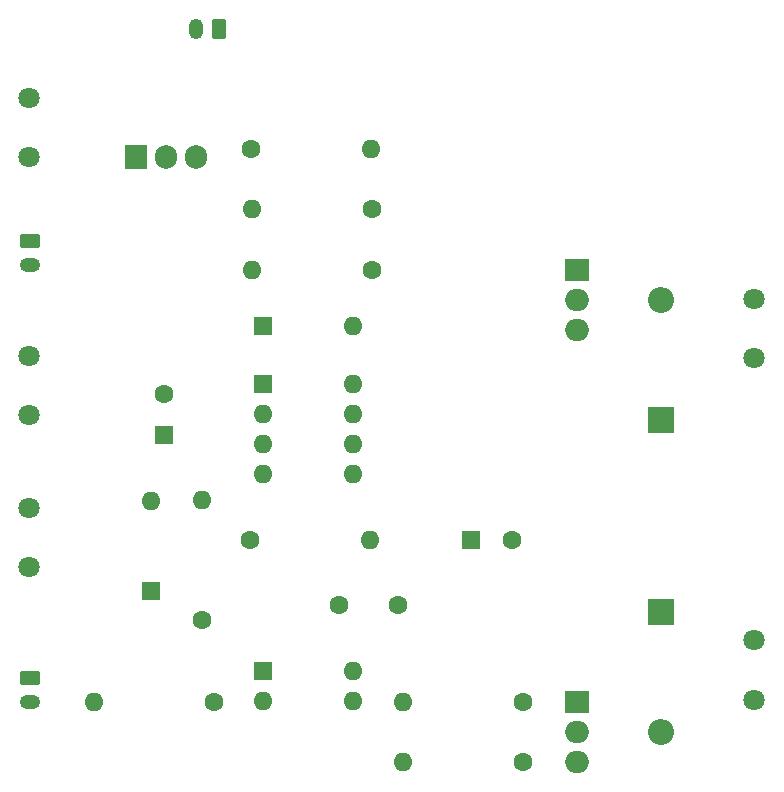
<source format=gbr>
%TF.GenerationSoftware,KiCad,Pcbnew,(6.0.4)*%
%TF.CreationDate,2022-05-03T06:31:47-04:00*%
%TF.ProjectId,smd_vacuum,736d645f-7661-4637-9575-6d2e6b696361,rev?*%
%TF.SameCoordinates,PXaa6bee0PY277b6c0*%
%TF.FileFunction,Copper,L1,Top*%
%TF.FilePolarity,Positive*%
%FSLAX46Y46*%
G04 Gerber Fmt 4.6, Leading zero omitted, Abs format (unit mm)*
G04 Created by KiCad (PCBNEW (6.0.4)) date 2022-05-03 06:31:47*
%MOMM*%
%LPD*%
G01*
G04 APERTURE LIST*
G04 Aperture macros list*
%AMRoundRect*
0 Rectangle with rounded corners*
0 $1 Rounding radius*
0 $2 $3 $4 $5 $6 $7 $8 $9 X,Y pos of 4 corners*
0 Add a 4 corners polygon primitive as box body*
4,1,4,$2,$3,$4,$5,$6,$7,$8,$9,$2,$3,0*
0 Add four circle primitives for the rounded corners*
1,1,$1+$1,$2,$3*
1,1,$1+$1,$4,$5*
1,1,$1+$1,$6,$7*
1,1,$1+$1,$8,$9*
0 Add four rect primitives between the rounded corners*
20,1,$1+$1,$2,$3,$4,$5,0*
20,1,$1+$1,$4,$5,$6,$7,0*
20,1,$1+$1,$6,$7,$8,$9,0*
20,1,$1+$1,$8,$9,$2,$3,0*%
G04 Aperture macros list end*
%TA.AperFunction,ComponentPad*%
%ADD10O,1.600000X1.600000*%
%TD*%
%TA.AperFunction,ComponentPad*%
%ADD11C,1.600000*%
%TD*%
%TA.AperFunction,ComponentPad*%
%ADD12R,1.600000X1.600000*%
%TD*%
%TA.AperFunction,ComponentPad*%
%ADD13C,1.800000*%
%TD*%
%TA.AperFunction,ComponentPad*%
%ADD14O,2.000000X1.905000*%
%TD*%
%TA.AperFunction,ComponentPad*%
%ADD15R,2.000000X1.905000*%
%TD*%
%TA.AperFunction,ComponentPad*%
%ADD16O,1.905000X2.000000*%
%TD*%
%TA.AperFunction,ComponentPad*%
%ADD17R,1.905000X2.000000*%
%TD*%
%TA.AperFunction,ComponentPad*%
%ADD18O,2.200000X2.200000*%
%TD*%
%TA.AperFunction,ComponentPad*%
%ADD19R,2.200000X2.200000*%
%TD*%
%TA.AperFunction,ComponentPad*%
%ADD20O,1.750000X1.200000*%
%TD*%
%TA.AperFunction,ComponentPad*%
%ADD21RoundRect,0.249999X-0.625001X0.350001X-0.625001X-0.350001X0.625001X-0.350001X0.625001X0.350001X0*%
%TD*%
%TA.AperFunction,ComponentPad*%
%ADD22O,1.200000X1.750000*%
%TD*%
%TA.AperFunction,ComponentPad*%
%ADD23RoundRect,0.249999X0.350001X0.625001X-0.350001X0.625001X-0.350001X-0.625001X0.350001X-0.625001X0*%
%TD*%
G04 APERTURE END LIST*
D10*
%TO.P,R9,2*%
%TO.N,Net-(C3-Pad1)*%
X-53600000Y-46840000D03*
D11*
%TO.P,R9,1*%
%TO.N,+12V*%
X-53600000Y-57000000D03*
%TD*%
D10*
%TO.P,D7,2*%
%TO.N,Net-(C3-Pad1)*%
X-57900000Y-46880000D03*
D12*
%TO.P,D7,1*%
%TO.N,+12V*%
X-57900000Y-54500000D03*
%TD*%
D11*
%TO.P,C3,2*%
%TO.N,GND*%
X-56800000Y-37800000D03*
D12*
%TO.P,C3,1*%
%TO.N,Net-(C3-Pad1)*%
X-56800000Y-41300000D03*
%TD*%
D10*
%TO.P,U2,4*%
%TO.N,+12V*%
X-40780000Y-61300000D03*
%TO.P,U2,2*%
%TO.N,Net-(R2-Pad1)*%
X-48400000Y-63840000D03*
%TO.P,U2,3*%
%TO.N,Net-(R6-Pad2)*%
X-40780000Y-63840000D03*
D12*
%TO.P,U2,1*%
%TO.N,+12V*%
X-48400000Y-61300000D03*
%TD*%
D10*
%TO.P,U1,8*%
%TO.N,+12V*%
X-40780000Y-37000000D03*
%TO.P,U1,4*%
%TO.N,Net-(C3-Pad1)*%
X-48400000Y-44620000D03*
%TO.P,U1,7*%
%TO.N,Net-(C2-Pad1)*%
X-40780000Y-39540000D03*
%TO.P,U1,3*%
%TO.N,Net-(D4-Pad2)*%
X-48400000Y-42080000D03*
%TO.P,U1,6*%
%TO.N,Net-(C2-Pad1)*%
X-40780000Y-42080000D03*
%TO.P,U1,2*%
%TO.N,Net-(D2-Pad1)*%
X-48400000Y-39540000D03*
%TO.P,U1,5*%
%TO.N,Net-(C1-Pad1)*%
X-40780000Y-44620000D03*
D12*
%TO.P,U1,1*%
%TO.N,GND*%
X-48400000Y-37000000D03*
%TD*%
D13*
%TO.P,SW1,2*%
%TO.N,Net-(D2-Pad1)*%
X-68200000Y-39600000D03*
%TO.P,SW1,1*%
%TO.N,GND*%
X-68200000Y-34600000D03*
%TD*%
D10*
%TO.P,R8,2*%
%TO.N,Net-(R6-Pad2)*%
X-36560000Y-63900000D03*
D11*
%TO.P,R8,1*%
%TO.N,Net-(Q3-Pad1)*%
X-26400000Y-63900000D03*
%TD*%
D10*
%TO.P,R7,2*%
%TO.N,Net-(D4-Pad2)*%
X-49360000Y-27300000D03*
D11*
%TO.P,R7,1*%
%TO.N,Net-(Q2-Pad1)*%
X-39200000Y-27300000D03*
%TD*%
D10*
%TO.P,R6,2*%
%TO.N,Net-(R6-Pad2)*%
X-36560000Y-69000000D03*
D11*
%TO.P,R6,1*%
%TO.N,GND*%
X-26400000Y-69000000D03*
%TD*%
D10*
%TO.P,R5,2*%
%TO.N,Net-(D4-Pad1)*%
X-49360000Y-22200000D03*
D11*
%TO.P,R5,1*%
%TO.N,GND*%
X-39200000Y-22200000D03*
%TD*%
D10*
%TO.P,R4,2*%
%TO.N,Net-(C2-Pad1)*%
X-39340000Y-50200000D03*
D11*
%TO.P,R4,1*%
%TO.N,Net-(R3-Pad2)*%
X-49500000Y-50200000D03*
%TD*%
D13*
%TO.P,R3,2*%
%TO.N,Net-(R3-Pad2)*%
X-68200000Y-52500000D03*
%TO.P,R3,1*%
%TO.N,+12V*%
X-68200000Y-47500000D03*
%TD*%
D10*
%TO.P,R2,2*%
%TO.N,Net-(D3-Pad2)*%
X-62760000Y-63900000D03*
D11*
%TO.P,R2,1*%
%TO.N,Net-(R2-Pad1)*%
X-52600000Y-63900000D03*
%TD*%
D10*
%TO.P,R1,2*%
%TO.N,GND*%
X-39240000Y-17100000D03*
D11*
%TO.P,R1,1*%
%TO.N,Net-(D1-Pad1)*%
X-49400000Y-17100000D03*
%TD*%
D14*
%TO.P,Q3,3*%
%TO.N,GND*%
X-21800000Y-68980000D03*
%TO.P,Q3,2*%
%TO.N,Net-(D6-Pad2)*%
X-21800000Y-66440000D03*
D15*
%TO.P,Q3,1*%
%TO.N,Net-(Q3-Pad1)*%
X-21800000Y-63900000D03*
%TD*%
D14*
%TO.P,Q2,3*%
%TO.N,GND*%
X-21800000Y-32380000D03*
%TO.P,Q2,2*%
%TO.N,Net-(D5-Pad2)*%
X-21800000Y-29840000D03*
D15*
%TO.P,Q2,1*%
%TO.N,Net-(Q2-Pad1)*%
X-21800000Y-27300000D03*
%TD*%
D16*
%TO.P,Q1,3*%
%TO.N,+12V*%
X-54120000Y-17800000D03*
%TO.P,Q1,2*%
%TO.N,Net-(J1-Pad1)*%
X-56660000Y-17800000D03*
D17*
%TO.P,Q1,1*%
%TO.N,GND*%
X-59200000Y-17800000D03*
%TD*%
D13*
%TO.P,M1,2*%
%TO.N,Net-(D5-Pad2)*%
X-6800000Y-29800000D03*
%TO.P,M1,1*%
%TO.N,+12V*%
X-6800000Y-34800000D03*
%TD*%
%TO.P,L1,2*%
%TO.N,+12V*%
X-6800000Y-58700000D03*
%TO.P,L1,1*%
%TO.N,Net-(D6-Pad2)*%
X-6800000Y-63700000D03*
%TD*%
%TO.P,J1,2*%
%TO.N,GND*%
X-68200000Y-17800000D03*
%TO.P,J1,1*%
%TO.N,Net-(J1-Pad1)*%
X-68200000Y-12800000D03*
%TD*%
D18*
%TO.P,D6,2*%
%TO.N,Net-(D6-Pad2)*%
X-14700000Y-66460000D03*
D19*
%TO.P,D6,1*%
%TO.N,+12V*%
X-14700000Y-56300000D03*
%TD*%
D18*
%TO.P,D5,2*%
%TO.N,Net-(D5-Pad2)*%
X-14700000Y-29840000D03*
D19*
%TO.P,D5,1*%
%TO.N,+12V*%
X-14700000Y-40000000D03*
%TD*%
D20*
%TO.P,D4,2*%
%TO.N,Net-(D4-Pad2)*%
X-68100000Y-26900000D03*
D21*
%TO.P,D4,1*%
%TO.N,Net-(D4-Pad1)*%
X-68100000Y-24900000D03*
%TD*%
D20*
%TO.P,D3,2*%
%TO.N,Net-(D3-Pad2)*%
X-68100000Y-63900000D03*
D21*
%TO.P,D3,1*%
%TO.N,Net-(D2-Pad1)*%
X-68100000Y-61900000D03*
%TD*%
D10*
%TO.P,D2,2*%
%TO.N,Net-(C2-Pad1)*%
X-40780000Y-32100000D03*
D12*
%TO.P,D2,1*%
%TO.N,Net-(D2-Pad1)*%
X-48400000Y-32100000D03*
%TD*%
D22*
%TO.P,D1,2*%
%TO.N,+12V*%
X-54100000Y-6900000D03*
D23*
%TO.P,D1,1*%
%TO.N,Net-(D1-Pad1)*%
X-52100000Y-6900000D03*
%TD*%
D11*
%TO.P,C2,2*%
%TO.N,GND*%
X-27300000Y-50200000D03*
D12*
%TO.P,C2,1*%
%TO.N,Net-(C2-Pad1)*%
X-30800000Y-50200000D03*
%TD*%
D11*
%TO.P,C1,2*%
%TO.N,GND*%
X-37000000Y-55700000D03*
%TO.P,C1,1*%
%TO.N,Net-(C1-Pad1)*%
X-42000000Y-55700000D03*
%TD*%
M02*

</source>
